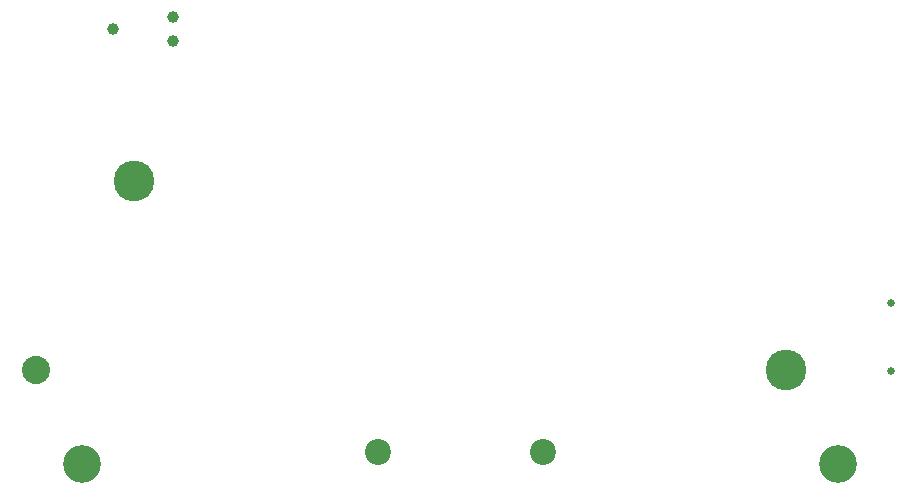
<source format=gbr>
%TF.GenerationSoftware,KiCad,Pcbnew,8.0.6*%
%TF.CreationDate,2024-12-15T00:01:44-05:00*%
%TF.ProjectId,VFDSAO,56464453-414f-42e6-9b69-6361645f7063,rev?*%
%TF.SameCoordinates,Original*%
%TF.FileFunction,NonPlated,1,4,NPTH,Drill*%
%TF.FilePolarity,Positive*%
%FSLAX46Y46*%
G04 Gerber Fmt 4.6, Leading zero omitted, Abs format (unit mm)*
G04 Created by KiCad (PCBNEW 8.0.6) date 2024-12-15 00:01:44*
%MOMM*%
%LPD*%
G01*
G04 APERTURE LIST*
%TA.AperFunction,ComponentDrill*%
%ADD10C,0.650000*%
%TD*%
%TA.AperFunction,ComponentDrill*%
%ADD11C,0.990600*%
%TD*%
%TA.AperFunction,ComponentDrill*%
%ADD12C,2.200000*%
%TD*%
%TA.AperFunction,ComponentDrill*%
%ADD13C,2.390000*%
%TD*%
%TA.AperFunction,ComponentDrill*%
%ADD14C,3.200000*%
%TD*%
%TA.AperFunction,ComponentDrill*%
%ADD15C,3.450000*%
%TD*%
G04 APERTURE END LIST*
D10*
%TO.C,J11*%
X136475000Y-92360000D03*
X136475000Y-98140000D03*
D11*
%TO.C,J12*%
X70560000Y-69165000D03*
X75640000Y-68149000D03*
X75640000Y-70181000D03*
D12*
%TO.C,H15*%
X93000000Y-105000000D03*
%TO.C,H16*%
X107000000Y-105000000D03*
D13*
%TO.C,BT11*%
X64070000Y-98000000D03*
D14*
%TO.C,H17*%
X68000000Y-106000000D03*
%TO.C,H18*%
X132000000Y-106000000D03*
D15*
%TO.C,BT11*%
X72400000Y-82000000D03*
X127600000Y-98000000D03*
M02*

</source>
